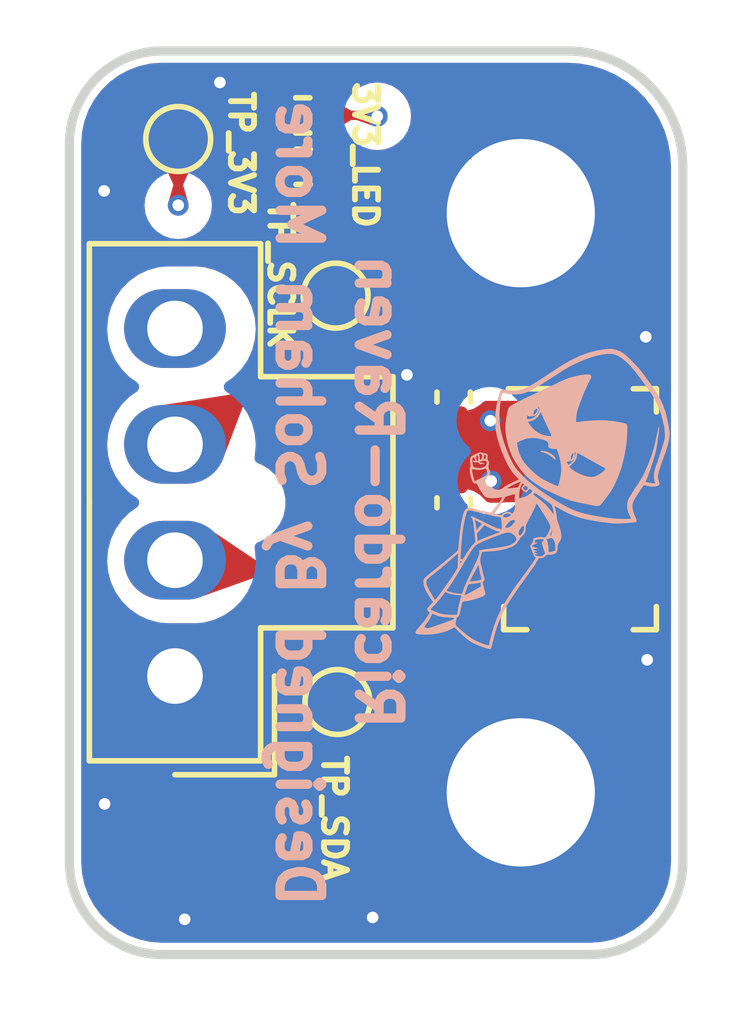
<source format=kicad_pcb>
(kicad_pcb (version 20221018) (generator pcbnew)
  (layers (0 "F.Cu" signal) (1 "In1.Cu" power) (2 "In2.Cu" power) (31 "B.Cu" signal) (34 "B.Paste" user) (35 "F.Paste" user) (36 "B.SilkS" user "B.Silkscreen") (37 "F.SilkS" user "F.Silkscreen") (38 "B.Mask" user) (39 "F.Mask" user) (44 "Edge.Cuts" user))
  (net 0 "")
  (net 1 "GND")
  (net 2 "unconnected-(U6-CSB-Pad4)")
  (net 4 "/SDA")
  (net 5 "/SCLK")
  (net 6 "Net-(3V3LED1-A)")
  (net 7 "+3V3")
  (footprint "Capacitor_SMD:C_0402_1005Metric" (layer "F.Cu") (at 117.05 80.75 -90)
    (fp_text reference "C18" hide)
    (fp_text value "100nF" hide)
    (pad "1" smd roundrect (at -0.48 0 270) (size 0.56 0.62) (layers "F.Cu" "F.Paste" "F.Mask") (net 7 "+3V3"))
    (pad "2" smd roundrect (at 0.48 0 270) (size 0.56 0.62) (layers "F.Cu" "F.Paste" "F.Mask") (net 1 "GND"))
  )
  (footprint "TestPoint:TestPoint_Pad_D1.0mm" (layer "F.Cu") (at 114.5 76.28)
    (fp_text reference "TP3" hide)
    (fp_text value "TestPoint" hide)
    (pad "1" smd circle (at 0 0) (size 1 1) (layers "F.Cu" "F.Mask") (net 5 "/SCLK"))
  )
  (footprint "Connector_Molex:Molex_Nano-Fit_105309-xx04_1x04_P2.50mm_Vertical" (layer "F.Cu") (at 111.03 84.49 180)
    (fp_text reference "J1" hide)
    (fp_text value "Conn_01x04_Pin" hide)
    (pad "" np_thru_hole circle (at -1.34 3.75 180) (size 1.3 1.3) (drill 1.3) (layers "*.Cu" "*.Mask"))
    (pad "1" thru_hole roundrect (at 0 0 180) (size 2.2 1.7) (drill 1.2) (layers "*.Cu" "*.Mask") (roundrect_rratio 0.147059) (net 1 "GND"))
    (pad "2" thru_hole oval (at 0 2.5 180) (size 2.2 1.7) (drill 1.2) (layers "*.Cu" "*.Mask") (net 4 "/SDA"))
    (pad "3" thru_hole oval (at 0 5 180) (size 2.2 1.7) (drill 1.2) (layers "*.Cu" "*.Mask") (net 5 "/SCLK"))
    (pad "4" thru_hole oval (at 0 7.5 180) (size 2.2 1.7) (drill 1.2) (layers "*.Cu" "*.Mask") (net 7 "+3V3"))
  )
  (footprint "MountingHole:MountingHole_3.2mm_M3_DIN965_Pad" (layer "F.Cu") (at 118.5 87)
    (fp_text reference "H4" hide)
    (fp_text value "MountingHole_Pad" hide)
    (pad "1" thru_hole circle (at 0 0) (size 5.6 5.6) (drill 3.2) (layers "*.Cu" "*.Mask") (net 1 "GND"))
  )
  (footprint "Resistor_SMD:R_0402_1005Metric" (layer "F.Cu") (at 113.79 72.39)
    (fp_text reference "R1" hide)
    (fp_text value "470" hide)
    (pad "1" smd roundrect (at -0.51 0) (size 0.54 0.64) (layers "F.Cu" "F.Paste" "F.Mask") (net 6 "Net-(3V3LED1-A)"))
    (pad "2" smd roundrect (at 0.51 0) (size 0.54 0.64) (layers "F.Cu" "F.Paste" "F.Mask") (net 7 "+3V3"))
  )
  (footprint "TestPoint:TestPoint_Pad_D1.0mm" (layer "F.Cu") (at 111.1 72.9)
    (fp_text reference "TP1" hide)
    (fp_text value "TestPoint" hide)
    (pad "1" smd circle (at 0 0) (size 1 1) (layers "F.Cu" "F.Mask") (net 7 "+3V3"))
  )
  (footprint "Capacitor_SMD:C_0402_1005Metric" (layer "F.Cu") (at 117.05 78.47 90)
    (fp_text reference "C12" hide)
    (fp_text value "100nF" hide)
    (pad "1" smd roundrect (at -0.48 0 90) (size 0.56 0.62) (layers "F.Cu" "F.Paste" "F.Mask") (net 7 "+3V3"))
    (pad "2" smd roundrect (at 0.48 0 90) (size 0.56 0.62) (layers "F.Cu" "F.Paste" "F.Mask") (net 1 "GND"))
  )
  (footprint "MountingHole:MountingHole_3.2mm_M3_DIN965_Pad" (layer "F.Cu") (at 118.5 74.5)
    (fp_text reference "H1" hide)
    (fp_text value "MountingHole_Pad" hide)
    (pad "1" thru_hole circle (at 0 0) (size 5.6 5.6) (drill 3.2) (layers "*.Cu" "*.Mask") (net 1 "GND"))
  )
  (footprint "Package_LGA:LGA-8_3x5mm_P1.25mm" (layer "F.Cu") (at 119.78 80.89)
    (fp_text reference "U6" hide)
    (fp_text value "MS5611-01BA" hide)
    (pad "1" smd rect (at -1.075 -1.875) (size 0.95 0.55) (layers "F.Cu" "F.Paste" "F.Mask") (net 7 "+3V3"))
    (pad "2" smd rect (at -1.075 -0.625) (size 0.95 0.55) (layers "F.Cu" "F.Paste" "F.Mask") (net 7 "+3V3"))
    (pad "3" smd rect (at -1.075 0.625) (size 0.95 0.55) (layers "F.Cu" "F.Paste" "F.Mask") (net 1 "GND"))
    (pad "4" smd rect (at -1.075 1.875) (size 0.95 0.55) (layers "F.Cu" "F.Paste" "F.Mask") (net 2 "unconnected-(U6-CSB-Pad4)"))
    (pad "5" smd rect (at 1.075 1.875) (size 0.95 0.55) (layers "F.Cu" "F.Paste" "F.Mask") (net 2 "unconnected-(U6-CSB-Pad4)"))
    (pad "6" smd rect (at 1.075 0.625) (size 0.95 0.55) (layers "F.Cu" "F.Paste" "F.Mask"))
    (pad "7" smd rect (at 1.075 -0.625) (size 0.95 0.55) (layers "F.Cu" "F.Paste" "F.Mask") (net 4 "/SDA"))
    (pad "8" smd rect (at 1.075 -1.875) (size 0.95 0.55) (layers "F.Cu" "F.Paste" "F.Mask") (net 5 "/SCLK"))
  )
  (footprint "Resistor_SMD:R_0402_1005Metric" (layer "F.Cu") (at 113.8 73.5 180)
    (fp_text reference "3V3LED1" hide)
    (fp_text value "BLUE_LED" hide)
    (pad "1" smd roundrect (at -0.51 0 180) (size 0.54 0.64) (layers "F.Cu" "F.Paste" "F.Mask") (net 1 "GND"))
    (pad "2" smd roundrect (at 0.51 0 180) (size 0.54 0.64) (layers "F.Cu" "F.Paste" "F.Mask") (net 6 "Net-(3V3LED1-A)"))
  )
  (footprint "TestPoint:TestPoint_Pad_D1.0mm" (layer "F.Cu") (at 114.54 85.05)
    (fp_text reference "TP2" hide)
    (fp_text value "TestPoint" hide)
    (pad "1" smd circle (at 0 0) (size 1 1) (layers "F.Cu" "F.Mask") (net 4 "/SDA"))
  )
  (footprint "LOGO" (layer "B.Cu") (at 118.860191 80.810208 135)
    (fp_text reference "G***" hide)
    (fp_text value "LOGO" hide)
  )
  (gr_line (start 122 88.5) (end 122 73.5) (stroke (width 0.2)) (layer "Edge.Cuts"))
  (gr_arc (start 119.5 71) (mid 121.267766 71.732233) (end 122 73.5) (stroke (width 0.2)) (layer "Edge.Cuts"))
  (gr_arc (start 110.75 90.5) (mid 109.335786 89.914214) (end 108.75 88.5) (stroke (width 0.2)) (layer "Edge.Cuts"))
  (gr_line (start 108.75 73) (end 108.75 88.5) (stroke (width 0.2)) (layer "Edge.Cuts"))
  (gr_line (start 110.75 90.5) (end 120 90.5) (stroke (width 0.2)) (layer "Edge.Cuts"))
  (gr_arc (start 108.75 73) (mid 109.335786 71.585786) (end 110.75 71) (stroke (width 0.2)) (layer "Edge.Cuts"))
  (gr_line (start 119.5 71) (end 110.75 71) (stroke (width 0.2)) (layer "Edge.Cuts"))
  (gr_arc (start 122 88.5) (mid 121.414214 89.914214) (end 120 90.5) (stroke (width 0.2)) (layer "Edge.Cuts"))
  (gr_text "Ricardo-Raven" (at 114.89 80.51 -90) (layer "B.SilkS") (effects (font (size 0.9 0.9) (thickness 0.2) bold) (justify bottom mirror)))
  (gr_text "Designed By Soham More" (at 113.18 89.57 -90) (layer "B.SilkS") (effects (font (size 0.9 0.9) (thickness 0.2) bold) (justify left bottom mirror)))
  (gr_text "TP_SDA" (at 114.18 86.14 -90) (layer "F.SilkS") (effects (font (size 0.5 0.5) (thickness 0.125) bold) (justify left bottom)))
  (gr_text "TP_SCLK" (at 113.02 74.19 -90) (layer "F.SilkS") (effects (font (size 0.5 0.5) (thickness 0.125) bold) (justify left bottom)))
  (gr_text "TP_3V3" (at 112.17 71.81 -90) (layer "F.SilkS") (effects (font (size 0.5 0.5) (thickness 0.125) bold) (justify left bottom)))
  (gr_text "3V3_LED" (at 114.85 71.6 -90) (layer "F.SilkS") (effects (font (size 0.5 0.5) (thickness 0.125) bold) (justify left bottom)))
  (segment (start 117.05 77.99) (end 116.04 77.99) (width 0.2) (layer "F.Cu") (net 1))
  (segment (start 116.04 77.99) (end 116.124142 77.99) (width 0.2) (layer "F.Cu") (net 1))
  (via (at 115.3 89.7) (size 0.45) (drill 0.25) (layers "F.Cu" "B.Cu") (net 1))
  (via (at 121.2 77.17) (size 0.45) (drill 0.25) (layers "F.Cu" "B.Cu") (net 1))
  (via (at 112 71.68) (size 0.45) (drill 0.25) (layers "F.Cu" "B.Cu") (net 1))
  (via (at 116.04 77.99) (size 0.45) (drill 0.25) (layers "F.Cu" "B.Cu") (net 1))
  (via (at 121.23 84.14) (size 0.45) (drill 0.25) (layers "F.Cu" "B.Cu") (net 1))
  (via (at 111.24 89.74) (size 0.45) (drill 0.25) (layers "F.Cu" "B.Cu") (net 1))
  (via (at 109.51 87.25) (size 0.45) (drill 0.25) (layers "F.Cu" "B.Cu") (net 1))
  (via (at 109.5 74.02) (size 0.45) (drill 0.25) (layers "F.Cu" "B.Cu") (net 1))
  (arc (start 116.124142 77.99) (mid 116.111077 77.992598) (end 116.1 78) (width 0.2) (layer "F.Cu") (net 1))
  (segment (start 118.705 82.765) (end 120.855 82.765) (width 0.2) (layer "F.Cu") (net 2))
  (segment (start 120.855 80.265) (end 120.805 80.265) (width 0.25) (layer "F.Cu") (net 4))
  (segment (start 114.54 85.05) (end 114.54 82.248284) (width 0.25) (layer "F.Cu") (net 4))
  (segment (start 120.805 80.265) (end 120.062635 81.007365) (width 0.25) (layer "F.Cu") (net 4))
  (segment (start 112.5 82.2) (end 111.652842 82.2) (width 0.2) (layer "F.Cu") (net 4))
  (segment (start 119.32 82.2) (end 114.588284 82.2) (width 0.25) (layer "F.Cu") (net 4))
  (segment (start 114.56 82.2) (end 112.5 82.2) (width 0.2) (layer "F.Cu") (net 4))
  (segment (start 119.9 81.4) (end 119.9 81.62) (width 0.25) (layer "F.Cu") (net 4))
  (arc (start 120.062635 81.007365) (mid 119.942267 81.187507) (end 119.9 81.4) (width 0.25) (layer "F.Cu") (net 4))
  (arc (start 114.54 82.248284) (mid 114.545198 82.222153) (end 114.56 82.2) (width 0.25) (layer "F.Cu") (net 4))
  (arc (start 114.588284 82.2) (mid 114.554142 82.214142) (end 114.54 82.248284) (width 0.25) (layer "F.Cu") (net 4))
  (arc (start 111.652842 82.2) (mid 111.39153 82.148022) (end 111.17 82) (width 0.2) (layer "F.Cu") (net 4))
  (arc (start 119.9 81.62) (mid 119.730122 82.030122) (end 119.32 82.2) (width 0.25) (layer "F.Cu") (net 4))
  (segment (start 114.5 76.28) (end 114.5 77.645089) (width 0.25) (layer "F.Cu") (net 5))
  (segment (start 117.61 77.684576) (end 117.385424 77.46) (width 0.2) (layer "F.Cu") (net 5))
  (segment (start 119.524576 77.684576) (end 117.61 77.684576) (width 0.2) (layer "F.Cu") (net 5))
  (segment (start 120.855 79.015) (end 119.524576 77.684576) (width 0.2) (layer "F.Cu") (net 5))
  (segment (start 117.385424 77.46) (end 116.094995 77.46) (width 0.2) (layer "F.Cu") (net 5))
  (arc (start 116.094995 77.46) (mid 113.429607 77.990178) (end 111.17 79.5) (width 0.2) (layer "F.Cu") (net 5))
  (segment (start 113.28 72.39) (end 113.28 73.475858) (width 0.2) (layer "F.Cu") (net 6))
  (arc (start 113.28 73.475858) (mid 113.282598 73.488923) (end 113.29 73.5) (width 0.2) (layer "F.Cu") (net 6))
  (segment (start 115.4 72.41) (end 115.395858 72.39) (width 0.2) (layer "F.Cu") (net 7))
  (segment (start 115.355858 72.39) (end 115.4 72.41) (width 0.2) (layer "F.Cu") (net 7))
  (segment (start 111.1 74.33) (end 111.1 74.3) (width 0.2) (layer "F.Cu") (net 7))
  (segment (start 111.1 72.9) (end 111.1 74.33) (width 0.2) (layer "F.Cu") (net 7))
  (segment (start 114.3 72.39) (end 115.355858 72.39) (width 0.2) (layer "F.Cu") (net 7))
  (segment (start 115.395858 72.39) (end 115.375858 72.39) (width 0.2) (layer "F.Cu") (net 7))
  (via (at 117.84 78.98) (size 0.45) (drill 0.25) (layers "F.Cu" "B.Cu") (net 7))
  (via (at 117.86 80.28) (size 0.45) (drill 0.25) (layers "F.Cu" "B.Cu") (net 7))
  (via (at 111.1 74.33) (size 0.45) (drill 0.25) (layers "F.Cu" "B.Cu") (net 7))
  (via (at 115.4 72.41) (size 0.45) (drill 0.25) (layers "F.Cu" "B.Cu") (net 7))
  (arc (start 115.375858 72.39) (mid 115.388923 72.392599) (end 115.4 72.4) (width 0.2) (layer "F.Cu") (net 7))
  (zone (net 7) (net_name "+3V3") (layer "F.Cu") (priority 2) (connect_pads yes (clearance 0.5)) (min_thickness 0.25) (fill yes (thermal_gap 0.5) (thermal_bridge_width 0.5))
    (polygon (pts (xy 119.4 80.75) (xy 119.4 78.55) (xy 116.35 78.55) (xy 116.35 80.75)))
  )
  (zone (net 1) (net_name "GND") (layers "F.Cu" "In1.Cu" "B.Cu") (connect_pads yes (clearance 0.5)) (min_thickness 0.25) (fill yes (thermal_gap 0.5) (thermal_bridge_width 0.5))
    (polygon (pts (xy 107.4 70.8) (xy 122 71) (xy 122 91) (xy 107.4 90.8)))
  )
)
</source>
